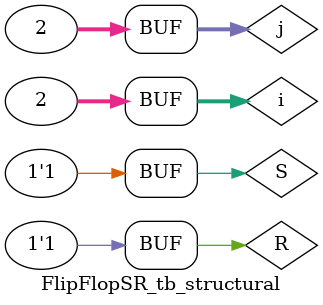
<source format=v>
module FlipFlopSR_tb_structural;
    reg S, R;
    wire Q, Qbar;
    integer i, j;
    DFFlipFlopSR UUT (
        .S(S),
        .R(R),
        .Q(Q),
        .Qbar(Qbar)
    );
    // Testando o flip-flop SR
    initial begin
        for(i = 0; i<=1; i=i+1) begin
	   for(j = 0; j<=1; j=j+1) begin
        	S=i;
		R=j;       
		#30;
       	   end
        end
    end
endmodule
</source>
